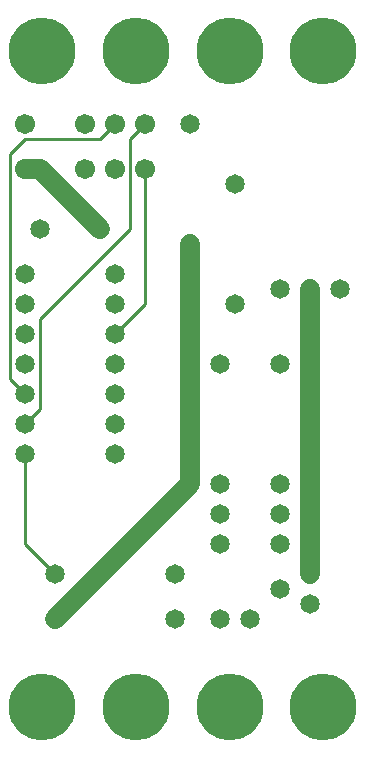
<source format=gtl>
%MOIN*%
%FSLAX25Y25*%
G04 D10 used for Character Trace; *
G04     Circle (OD=.01000) (No hole)*
G04 D11 used for Power Trace; *
G04     Circle (OD=.06700) (No hole)*
G04 D12 used for Signal Trace; *
G04     Circle (OD=.01100) (No hole)*
G04 D13 used for Via; *
G04     Circle (OD=.05800) (Round. Hole ID=.02800)*
G04 D14 used for Component hole; *
G04     Circle (OD=.06500) (Round. Hole ID=.03500)*
G04 D15 used for Component hole; *
G04     Circle (OD=.06700) (Round. Hole ID=.04300)*
G04 D16 used for Component hole; *
G04     Circle (OD=.08100) (Round. Hole ID=.05100)*
G04 D17 used for Component hole; *
G04     Circle (OD=.08900) (Round. Hole ID=.05900)*
G04 D18 used for Component hole; *
G04     Circle (OD=.11300) (Round. Hole ID=.08300)*
G04 D19 used for Component hole; *
G04     Circle (OD=.16000) (Round. Hole ID=.13000)*
G04 D20 used for Component hole; *
G04     Circle (OD=.18300) (Round. Hole ID=.15300)*
G04 D21 used for Component hole; *
G04     Circle (OD=.22291) (Round. Hole ID=.19291)*
%ADD10C,.01000*%
%ADD11C,.06700*%
%ADD12C,.01100*%
%ADD13C,.05800*%
%ADD14C,.06500*%
%ADD15C,.06700*%
%ADD16C,.08100*%
%ADD17C,.08900*%
%ADD18C,.11300*%
%ADD19C,.16000*%
%ADD20C,.18300*%
%ADD21C,.22291*%
%IPPOS*%
%LPD*%
G90*X0Y0D02*D21*X15625Y15625D03*D14*              
X20000Y45000D03*D11*X65000Y90000D01*Y170000D01*   
D14*D03*X80000Y190000D03*D12*X40000Y140000D02*    
X50000Y150000D01*D14*X40000Y140000D03*D12*        
X50000Y150000D02*Y195000D01*D15*D03*X40000D03*D12*
X45000Y175000D02*Y205000D01*X15000Y145000D02*     
X45000Y175000D01*X15000Y115000D02*Y145000D01*     
X10000Y110000D02*X15000Y115000D01*D14*            
X10000Y110000D03*Y120000D03*D12*X5000Y125000D01*  
Y200000D01*X10000Y205000D01*X35000D01*            
X40000Y210000D01*D15*D03*D12*X45000Y205000D02*    
X50000Y210000D01*D15*D03*D14*X65000D03*D15*       
X30000D03*Y195000D03*D21*X46875Y234375D03*        
X78125D03*D14*X15000Y175000D03*D21*               
X15625Y234375D03*D14*X35000Y175000D03*D11*        
X15000Y195000D01*X10000D01*D15*D03*Y210000D03*D14*
Y160000D03*X40000D03*X10000Y150000D03*X40000D03*  
X10000Y140000D03*X75000Y130000D03*X10000D03*      
X40000D03*X80000Y150000D03*X40000Y120000D03*      
X95000Y130000D03*Y155000D03*X40000Y110000D03*     
X105000Y155000D03*D11*Y60000D01*D14*D03*          
X95000Y70000D03*X105000Y50000D03*X95000Y55000D03* 
Y80000D03*X85000Y45000D03*X75000Y90000D03*        
Y80000D03*Y70000D03*X95000Y90000D03*              
X75000Y45000D03*D21*X78125Y15625D03*D14*          
X60000Y60000D03*D21*X109375Y15625D03*D14*         
X60000Y45000D03*D21*X46875Y15625D03*D14*          
X40000Y100000D03*X20000Y60000D03*D12*             
X10000Y70000D01*Y100000D01*D14*D03*               
X115000Y155000D03*D21*X109375Y234375D03*M02*      

</source>
